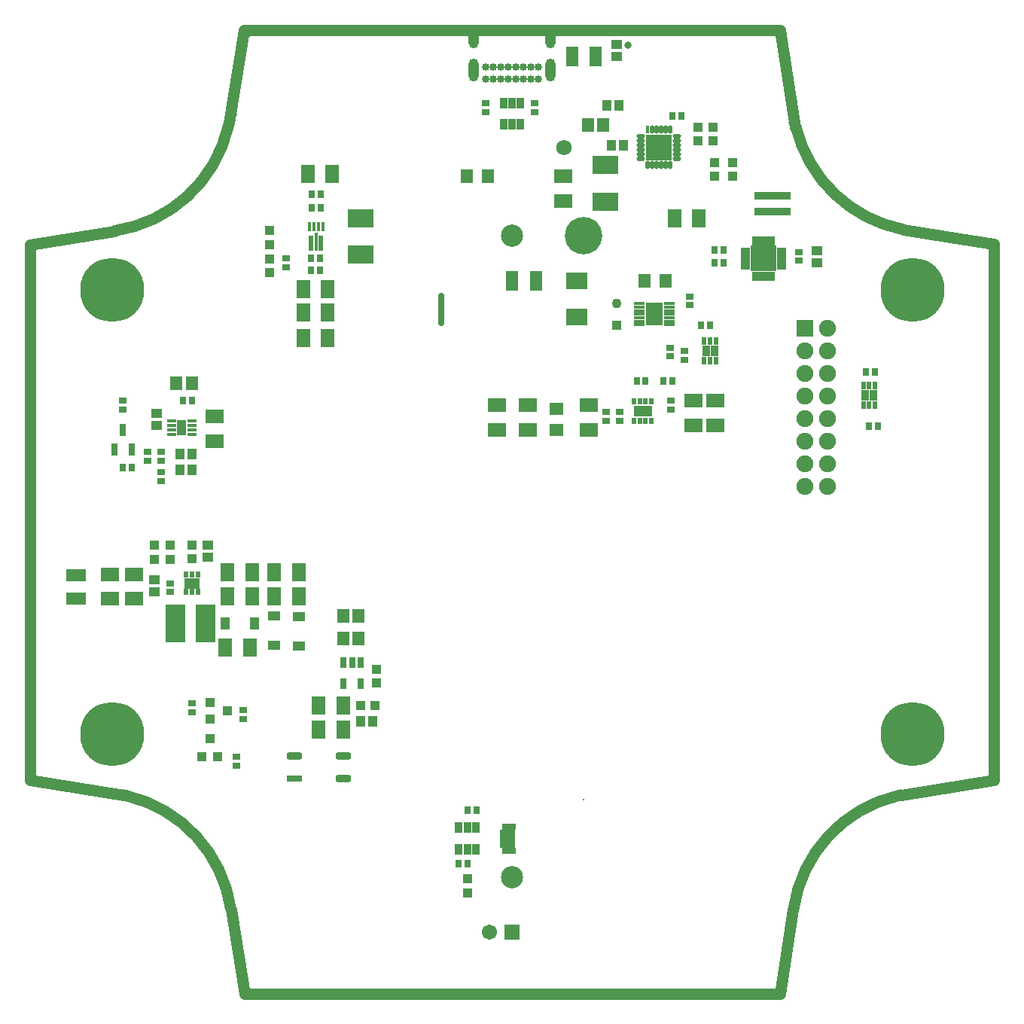
<source format=gbs>
G04*
G04 #@! TF.GenerationSoftware,Altium Limited,Altium Designer,20.0.11 (256)*
G04*
G04 Layer_Color=16711935*
%FSLAX25Y25*%
%MOIN*%
G70*
G01*
G75*
%ADD21C,0.04921*%
%ADD23R,0.03556X0.03162*%
%ADD26R,0.04147X0.04147*%
%ADD27R,0.06312X0.07887*%
%ADD28C,0.06800*%
%ADD29O,0.04343X0.07493*%
%ADD30O,0.04343X0.10249*%
%ADD31C,0.03359*%
%ADD32R,0.06706X0.06706*%
%ADD33C,0.06706*%
%ADD34C,0.07493*%
%ADD35R,0.07493X0.07493*%
%ADD36C,0.00800*%
%ADD37C,0.09855*%
%ADD38O,0.02965X0.14776*%
%ADD39C,0.16548*%
%ADD40C,0.04343*%
%ADD41R,0.04343X0.04343*%
%ADD42C,0.28359*%
%ADD43C,0.03162*%
%ADD106R,0.05328X0.06312*%
%ADD107R,0.05131X0.01587*%
%ADD108R,0.07808X0.10052*%
%ADD109R,0.03359X0.05131*%
%ADD110R,0.05288X0.08792*%
%ADD111R,0.04537X0.04143*%
%ADD112R,0.03213X0.04540*%
%ADD113R,0.01981X0.03654*%
%ADD114R,0.03162X0.03556*%
%ADD115R,0.07887X0.06312*%
%ADD116R,0.06312X0.05328*%
%ADD117R,0.02375X0.02769*%
%ADD118R,0.08280X0.05131*%
%ADD119R,0.04143X0.04537*%
%ADD120R,0.05328X0.06312*%
%ADD121R,0.04147X0.04147*%
%ADD122R,0.11824X0.08280*%
%ADD123R,0.01800X0.04147*%
%ADD124R,0.02178X0.06902*%
%ADD125R,0.01587X0.08083*%
%ADD126R,0.03162X0.05328*%
%ADD127R,0.04343X0.07099*%
%ADD128R,0.04343X0.01784*%
%ADD129R,0.08792X0.05288*%
%ADD130R,0.08595X0.16942*%
%ADD131R,0.04383X0.05603*%
%ADD132R,0.05603X0.04383*%
%ADD133R,0.03162X0.04934*%
%ADD134R,0.06863X0.03162*%
G04:AMPARAMS|DCode=135|XSize=68.63mil|YSize=31.62mil|CornerRadius=9.91mil|HoleSize=0mil|Usage=FLASHONLY|Rotation=0.000|XOffset=0mil|YOffset=0mil|HoleType=Round|Shape=RoundedRectangle|*
%AMROUNDEDRECTD135*
21,1,0.06863,0.01181,0,0,0.0*
21,1,0.04882,0.03162,0,0,0.0*
1,1,0.01981,0.02441,-0.00591*
1,1,0.01981,-0.02441,-0.00591*
1,1,0.01981,-0.02441,0.00591*
1,1,0.01981,0.02441,0.00591*
%
%ADD135ROUNDEDRECTD135*%
%ADD136R,0.04343X0.03950*%
%ADD137R,0.03950X0.04343*%
%ADD138R,0.07099X0.07887*%
%ADD139R,0.02178X0.02887*%
%ADD140R,0.04147X0.02887*%
%ADD141R,0.02200X0.03800*%
%ADD142R,0.11430X0.11430*%
%ADD143R,0.03950X0.01981*%
%ADD144R,0.01981X0.03950*%
%ADD145R,0.07099X0.04737*%
%ADD146R,0.01981X0.02572*%
G04:AMPARAMS|DCode=147|XSize=17.84mil|YSize=37.53mil|CornerRadius=6.46mil|HoleSize=0mil|Usage=FLASHONLY|Rotation=270.000|XOffset=0mil|YOffset=0mil|HoleType=Round|Shape=RoundedRectangle|*
%AMROUNDEDRECTD147*
21,1,0.01784,0.02461,0,0,270.0*
21,1,0.00492,0.03753,0,0,270.0*
1,1,0.01292,-0.01230,-0.00246*
1,1,0.01292,-0.01230,0.00246*
1,1,0.01292,0.01230,0.00246*
1,1,0.01292,0.01230,-0.00246*
%
%ADD147ROUNDEDRECTD147*%
G04:AMPARAMS|DCode=148|XSize=17.84mil|YSize=37.53mil|CornerRadius=6.46mil|HoleSize=0mil|Usage=FLASHONLY|Rotation=180.000|XOffset=0mil|YOffset=0mil|HoleType=Round|Shape=RoundedRectangle|*
%AMROUNDEDRECTD148*
21,1,0.01784,0.02461,0,0,180.0*
21,1,0.00492,0.03753,0,0,180.0*
1,1,0.01292,-0.00246,0.01230*
1,1,0.01292,0.00246,0.01230*
1,1,0.01292,0.00246,-0.01230*
1,1,0.01292,-0.00246,-0.01230*
%
%ADD148ROUNDEDRECTD148*%
%ADD149R,0.01784X0.03753*%
%ADD150R,0.09300X0.07800*%
D21*
X52658Y-77562D02*
G03*
X6293Y-27122I-59965J-8591D01*
G01*
X1083Y222933D02*
G03*
X51523Y269298I-8591J59965D01*
G01*
X302731Y269036D02*
G03*
X350449Y223475I59362J14404D01*
G01*
X348038Y-27122D02*
G03*
X301673Y-77562I13600J-59031D01*
G01*
X-36220Y-20167D02*
X4973Y-26744D01*
X52803Y-77539D02*
X58731Y-114964D01*
X390551Y217086D02*
X390551Y-20167D01*
X-36319Y216860D02*
X-36319Y-20025D01*
X369185Y220470D02*
X390551Y217086D01*
X51900Y270617D02*
X58478Y311811D01*
X295672D01*
X350417Y223443D02*
X369185Y220470D01*
X295672Y311811D02*
X302534Y268839D01*
X-36319Y216860D02*
X1106Y222787D01*
X58597Y-114961D02*
X289421D01*
X295374D01*
X295600Y-114964D02*
X301527Y-77539D01*
X349358Y-26744D02*
X390551Y-20167D01*
D23*
X255906Y193898D02*
D03*
Y189961D02*
D03*
X165354Y275590D02*
D03*
Y279528D02*
D03*
X187008Y275590D02*
D03*
Y279528D02*
D03*
X247441Y143701D02*
D03*
Y147638D02*
D03*
X224803Y142717D02*
D03*
Y138779D02*
D03*
X218898Y142717D02*
D03*
Y138779D02*
D03*
X253543Y169882D02*
D03*
Y165945D02*
D03*
X247047Y171260D02*
D03*
Y167323D02*
D03*
X304134Y213583D02*
D03*
Y209646D02*
D03*
X77165Y210630D02*
D03*
Y206693D02*
D03*
X21654Y125000D02*
D03*
Y121063D02*
D03*
X15748D02*
D03*
Y125000D02*
D03*
X21654Y116142D02*
D03*
Y112205D02*
D03*
X25591Y66929D02*
D03*
Y62992D02*
D03*
X58071Y6890D02*
D03*
Y10827D02*
D03*
X35433Y9843D02*
D03*
Y13780D02*
D03*
X55118Y-9843D02*
D03*
Y-13780D02*
D03*
X4921Y143701D02*
D03*
Y147638D02*
D03*
D26*
X116339Y12795D02*
D03*
X110236D02*
D03*
D27*
X259842Y228346D02*
D03*
X249016D02*
D03*
X97441Y248031D02*
D03*
X86614D02*
D03*
X95571Y197244D02*
D03*
X84744D02*
D03*
X95571Y186614D02*
D03*
X84744D02*
D03*
X95571Y175591D02*
D03*
X84744D02*
D03*
X51181Y61024D02*
D03*
X62008D02*
D03*
X51181Y71850D02*
D03*
X62008D02*
D03*
X71850Y61024D02*
D03*
X82677D02*
D03*
X71850Y71850D02*
D03*
X82677D02*
D03*
X61024Y38386D02*
D03*
X50197D02*
D03*
X91535Y12913D02*
D03*
X102362D02*
D03*
X91535Y2087D02*
D03*
X102362D02*
D03*
D28*
X200000Y259744D02*
D03*
D29*
X194193Y307421D02*
D03*
X160137D02*
D03*
D30*
Y294114D02*
D03*
X194193D02*
D03*
D31*
X188878Y295570D02*
D03*
X185531D02*
D03*
X182185D02*
D03*
X178838D02*
D03*
X175492D02*
D03*
X172145D02*
D03*
X168799D02*
D03*
X165452D02*
D03*
Y290256D02*
D03*
X168799D02*
D03*
X172145D02*
D03*
X175492D02*
D03*
X178838D02*
D03*
X182185D02*
D03*
X185531D02*
D03*
X188878D02*
D03*
D32*
X177165Y-87598D02*
D03*
D33*
X167165D02*
D03*
D34*
X316693Y179842D02*
D03*
Y169843D02*
D03*
Y159843D02*
D03*
Y149843D02*
D03*
Y139842D02*
D03*
Y129842D02*
D03*
Y119843D02*
D03*
Y109843D02*
D03*
X306693D02*
D03*
Y119843D02*
D03*
Y129842D02*
D03*
Y139842D02*
D03*
Y149843D02*
D03*
Y159843D02*
D03*
Y169843D02*
D03*
D35*
Y179842D02*
D03*
D36*
X208661Y-28976D02*
D03*
D37*
X177165Y-63386D02*
D03*
Y220866D02*
D03*
D38*
X145669Y188268D02*
D03*
D39*
X208661Y220866D02*
D03*
D40*
X223425Y190945D02*
D03*
D41*
Y181102D02*
D03*
D42*
X0Y0D02*
D03*
X354331D02*
D03*
X0Y196850D02*
D03*
X354331D02*
D03*
D43*
X294882Y-114075D02*
D03*
X315453Y-45965D02*
D03*
X349114Y-25984D02*
D03*
X300787Y-77658D02*
D03*
X59449Y-113878D02*
D03*
X38878Y-45768D02*
D03*
X5118Y-25984D02*
D03*
X53642Y-77658D02*
D03*
Y274606D02*
D03*
X5118Y222638D02*
D03*
X274606Y-114173D02*
D03*
X254921D02*
D03*
X235236D02*
D03*
X215551D02*
D03*
X195866D02*
D03*
X176181D02*
D03*
X156496D02*
D03*
X136811D02*
D03*
X117126D02*
D03*
X97441D02*
D03*
X77756D02*
D03*
X-35433Y-18701D02*
D03*
Y984D02*
D03*
Y20669D02*
D03*
Y40354D02*
D03*
Y60039D02*
D03*
Y79724D02*
D03*
Y99410D02*
D03*
Y119095D02*
D03*
Y138779D02*
D03*
Y158465D02*
D03*
Y178150D02*
D03*
Y197835D02*
D03*
Y215551D02*
D03*
X38780Y242717D02*
D03*
X60039Y310039D02*
D03*
X275590Y311024D02*
D03*
X255906D02*
D03*
X147638D02*
D03*
X118110D02*
D03*
X88583D02*
D03*
X298228Y291339D02*
D03*
X294980Y311024D02*
D03*
X301181Y270669D02*
D03*
X331693Y229331D02*
D03*
X360039Y220965D02*
D03*
X389764Y215551D02*
D03*
Y197835D02*
D03*
Y178150D02*
D03*
Y158465D02*
D03*
Y138779D02*
D03*
Y119095D02*
D03*
Y99410D02*
D03*
Y79724D02*
D03*
Y60039D02*
D03*
Y40354D02*
D03*
Y20669D02*
D03*
Y984D02*
D03*
Y-18701D02*
D03*
X228346Y305118D02*
D03*
D106*
X235827Y200787D02*
D03*
X245079D02*
D03*
X166339Y247047D02*
D03*
X157087D02*
D03*
D107*
X233563Y181299D02*
D03*
Y182874D02*
D03*
Y184449D02*
D03*
Y186024D02*
D03*
Y187598D02*
D03*
Y189173D02*
D03*
Y190748D02*
D03*
X246752D02*
D03*
Y189173D02*
D03*
Y187598D02*
D03*
Y186024D02*
D03*
Y184449D02*
D03*
Y182874D02*
D03*
Y181299D02*
D03*
D108*
X240158Y186024D02*
D03*
D109*
X173406Y269996D02*
D03*
X177146D02*
D03*
X180886D02*
D03*
Y279445D02*
D03*
X177146D02*
D03*
X173406D02*
D03*
X153543Y-50787D02*
D03*
X157283D02*
D03*
X161024D02*
D03*
Y-41339D02*
D03*
X157283D02*
D03*
X153543D02*
D03*
D110*
X214213Y300197D02*
D03*
X203740D02*
D03*
X187638Y200787D02*
D03*
X177165D02*
D03*
D111*
X223425Y305512D02*
D03*
Y300197D02*
D03*
X312008Y213976D02*
D03*
Y208661D02*
D03*
X19685Y136811D02*
D03*
Y142126D02*
D03*
X42323Y78347D02*
D03*
Y83661D02*
D03*
X18701Y68307D02*
D03*
Y62992D02*
D03*
D112*
X333400Y150197D02*
D03*
X337073D02*
D03*
X266600Y169882D02*
D03*
X262927D02*
D03*
D113*
X337795Y154528D02*
D03*
X335236D02*
D03*
X332677D02*
D03*
Y145866D02*
D03*
X335236D02*
D03*
X337795D02*
D03*
X262205Y165551D02*
D03*
X264764D02*
D03*
X267323D02*
D03*
Y174213D02*
D03*
X264764D02*
D03*
X262205D02*
D03*
D114*
X337598Y160433D02*
D03*
X333661D02*
D03*
X335236Y136417D02*
D03*
X339173D02*
D03*
X232283Y156496D02*
D03*
X236221D02*
D03*
X244094Y156496D02*
D03*
X248031D02*
D03*
X264764Y181102D02*
D03*
X260827D02*
D03*
X248031Y273622D02*
D03*
X251969D02*
D03*
X92520Y239173D02*
D03*
X88583D02*
D03*
X92520Y233268D02*
D03*
X88583D02*
D03*
X92126Y210630D02*
D03*
X88189D02*
D03*
X92126Y205512D02*
D03*
X88189D02*
D03*
X8858Y118110D02*
D03*
X4921D02*
D03*
X31496Y147638D02*
D03*
X35433D02*
D03*
X153543Y-57087D02*
D03*
X157480D02*
D03*
X161417Y-33465D02*
D03*
X157480D02*
D03*
X266732Y214567D02*
D03*
X270669D02*
D03*
Y208661D02*
D03*
X266732D02*
D03*
D115*
X257283Y136811D02*
D03*
Y147638D02*
D03*
X267126Y136811D02*
D03*
Y147638D02*
D03*
X170276Y134843D02*
D03*
Y145669D02*
D03*
X184055Y134843D02*
D03*
Y145669D02*
D03*
X211024Y145669D02*
D03*
Y134843D02*
D03*
X199803Y247047D02*
D03*
Y236221D02*
D03*
X45276Y140748D02*
D03*
Y129921D02*
D03*
X-984Y70866D02*
D03*
Y60039D02*
D03*
X9843Y70866D02*
D03*
Y60039D02*
D03*
D116*
X196850Y144095D02*
D03*
Y134843D02*
D03*
D117*
X238779Y138779D02*
D03*
X236221D02*
D03*
X233661D02*
D03*
X231102D02*
D03*
Y147441D02*
D03*
X233661D02*
D03*
X236221D02*
D03*
X238779D02*
D03*
D118*
X234941Y143110D02*
D03*
D119*
X226289Y260827D02*
D03*
X220974D02*
D03*
X219094Y278543D02*
D03*
X224410D02*
D03*
X30118Y124016D02*
D03*
X35433D02*
D03*
X30118Y117126D02*
D03*
X35433D02*
D03*
X115551Y5906D02*
D03*
X110236D02*
D03*
D120*
X217520Y269685D02*
D03*
X210630D02*
D03*
X35433Y155512D02*
D03*
X28543D02*
D03*
X102362Y52284D02*
D03*
X109252D02*
D03*
X102362Y42441D02*
D03*
X109252D02*
D03*
D121*
X259449Y268898D02*
D03*
Y262795D02*
D03*
X266142D02*
D03*
Y268898D02*
D03*
X266732Y247047D02*
D03*
Y253150D02*
D03*
X274606Y247047D02*
D03*
Y253150D02*
D03*
X69685Y223031D02*
D03*
Y216929D02*
D03*
Y210433D02*
D03*
Y204331D02*
D03*
X35433Y83858D02*
D03*
Y77756D02*
D03*
X25591Y83661D02*
D03*
Y77559D02*
D03*
X18701D02*
D03*
Y83661D02*
D03*
X117126Y28858D02*
D03*
Y22756D02*
D03*
X157480Y-63976D02*
D03*
Y-70079D02*
D03*
D122*
X218504Y251969D02*
D03*
Y235827D02*
D03*
X110236Y228543D02*
D03*
Y212402D02*
D03*
D123*
X87402Y224803D02*
D03*
X89370D02*
D03*
X91339D02*
D03*
X93307D02*
D03*
D124*
X92520Y217520D02*
D03*
X88189D02*
D03*
D125*
X90354Y218110D02*
D03*
D126*
X8661Y125984D02*
D03*
X1181D02*
D03*
X4921Y134843D02*
D03*
D127*
X30906Y135827D02*
D03*
D128*
X26378Y138779D02*
D03*
Y136811D02*
D03*
Y134843D02*
D03*
Y132874D02*
D03*
X35433D02*
D03*
Y134843D02*
D03*
Y136811D02*
D03*
Y138779D02*
D03*
D129*
X-15748Y60039D02*
D03*
Y70512D02*
D03*
D130*
X28071Y49213D02*
D03*
X41339D02*
D03*
D131*
X50079D02*
D03*
X62992D02*
D03*
D132*
X71850Y52284D02*
D03*
Y39370D02*
D03*
X82677Y39252D02*
D03*
Y52165D02*
D03*
D133*
X102559Y22559D02*
D03*
X110039D02*
D03*
Y31614D02*
D03*
X106299D02*
D03*
X102559D02*
D03*
D134*
X80709Y-19685D02*
D03*
D135*
Y-9685D02*
D03*
X102362Y-19685D02*
D03*
Y-9685D02*
D03*
D136*
X43307Y6890D02*
D03*
Y13976D02*
D03*
X51181Y10433D02*
D03*
D137*
X43307Y-1969D02*
D03*
X39764Y-9843D02*
D03*
X46850D02*
D03*
D138*
X175197Y-46260D02*
D03*
D139*
X173721Y-40807D02*
D03*
Y-51713D02*
D03*
D140*
X176673Y-40807D02*
D03*
Y-51713D02*
D03*
D141*
X285276Y231299D02*
D03*
X287276D02*
D03*
X289276D02*
D03*
X291276D02*
D03*
X293276D02*
D03*
X295276D02*
D03*
X297276D02*
D03*
X299276D02*
D03*
Y238599D02*
D03*
X297276D02*
D03*
X295276D02*
D03*
X293276D02*
D03*
X291276D02*
D03*
X289276D02*
D03*
X287276D02*
D03*
X285276D02*
D03*
D142*
X288386Y210630D02*
D03*
X242126Y259842D02*
D03*
D143*
X296260Y206693D02*
D03*
Y208661D02*
D03*
Y210630D02*
D03*
Y212598D02*
D03*
Y214567D02*
D03*
X280512D02*
D03*
Y212598D02*
D03*
Y210630D02*
D03*
Y208661D02*
D03*
Y206693D02*
D03*
D144*
X292323Y218504D02*
D03*
X290354D02*
D03*
X288386D02*
D03*
X286417D02*
D03*
X284449D02*
D03*
Y202756D02*
D03*
X286417D02*
D03*
X288386D02*
D03*
X290354D02*
D03*
X292323D02*
D03*
D145*
X35433Y66929D02*
D03*
D146*
X32874Y63090D02*
D03*
X35433D02*
D03*
X37992D02*
D03*
Y70768D02*
D03*
X35433D02*
D03*
X32874D02*
D03*
D147*
X234252Y264764D02*
D03*
Y262795D02*
D03*
Y260827D02*
D03*
Y258858D02*
D03*
Y256890D02*
D03*
Y254921D02*
D03*
X250000D02*
D03*
Y256890D02*
D03*
Y258858D02*
D03*
Y260827D02*
D03*
Y262795D02*
D03*
Y264764D02*
D03*
D148*
X237205Y251969D02*
D03*
X239173D02*
D03*
X241142D02*
D03*
X243110D02*
D03*
X245079D02*
D03*
X247047D02*
D03*
Y267717D02*
D03*
X245079D02*
D03*
X243110D02*
D03*
X241142D02*
D03*
X239173D02*
D03*
D149*
X237205D02*
D03*
D150*
X205709Y184787D02*
D03*
Y200787D02*
D03*
M02*

</source>
